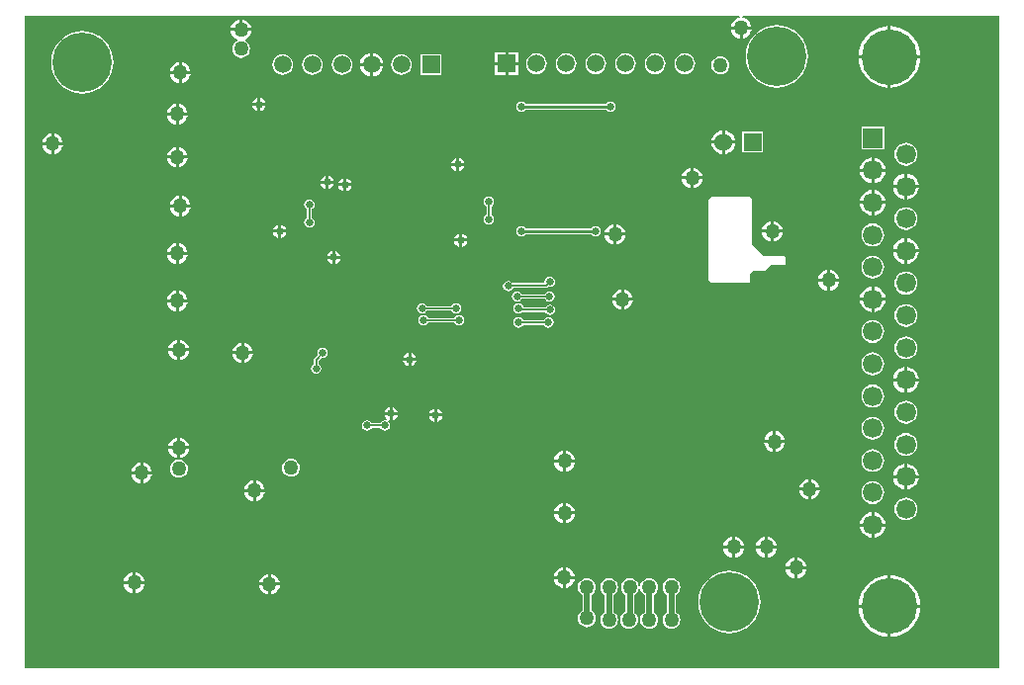
<source format=gbl>
G04*
G04 #@! TF.GenerationSoftware,Altium Limited,Altium Designer,19.1.8 (144)*
G04*
G04 Layer_Physical_Order=2*
G04 Layer_Color=16711680*
%FSLAX25Y25*%
%MOIN*%
G70*
G01*
G75*
%ADD12C,0.01000*%
%ADD14C,0.00600*%
%ADD60C,0.00800*%
%ADD61C,0.02000*%
%ADD66C,0.06000*%
%ADD67R,0.06000X0.06000*%
%ADD68C,0.06653*%
%ADD69R,0.06653X0.06653*%
%ADD70C,0.18740*%
%ADD71C,0.05906*%
%ADD72R,0.05906X0.05906*%
%ADD73C,0.02500*%
%ADD74C,0.05000*%
%ADD75C,0.20000*%
G36*
X688000Y137500D02*
X359500Y137500D01*
X359500Y357500D01*
X600323Y357500D01*
X600749Y357322D01*
Y357322D01*
D01*
X600771Y357000D01*
X600743Y356996D01*
X600086Y356910D01*
X599235Y356557D01*
X598504Y355996D01*
X597943Y355265D01*
X597590Y354414D01*
X597536Y354000D01*
X604464D01*
X604410Y354414D01*
X604057Y355265D01*
X603496Y355996D01*
X602765Y356557D01*
X601914Y356910D01*
X601257Y356996D01*
X601229Y357000D01*
X601251Y357322D01*
X601677Y357500D01*
X688000D01*
X688000Y137500D01*
D02*
G37*
%LPC*%
G36*
X433000Y356464D02*
Y353500D01*
X435964D01*
X435910Y353914D01*
X435557Y354765D01*
X434996Y355496D01*
X434265Y356057D01*
X433414Y356410D01*
X433000Y356464D01*
D02*
G37*
G36*
X432000D02*
X431586Y356410D01*
X430735Y356057D01*
X430004Y355496D01*
X429443Y354765D01*
X429090Y353914D01*
X429036Y353500D01*
X432000D01*
Y356464D01*
D02*
G37*
G36*
X604464Y353000D02*
X601500D01*
Y350036D01*
X601914Y350090D01*
X602765Y350443D01*
X603496Y351004D01*
X604057Y351735D01*
X604410Y352586D01*
X604464Y353000D01*
D02*
G37*
G36*
X600500D02*
X597536D01*
X597590Y352586D01*
X597943Y351735D01*
X598504Y351004D01*
X599235Y350443D01*
X600086Y350090D01*
X600500Y350036D01*
Y353000D01*
D02*
G37*
G36*
X651409Y354180D02*
Y344317D01*
X661272D01*
X661184Y345444D01*
X660803Y347031D01*
X660178Y348539D01*
X659325Y349931D01*
X658265Y351172D01*
X657024Y352232D01*
X655632Y353085D01*
X654124Y353710D01*
X652537Y354091D01*
X651409Y354180D01*
D02*
G37*
G36*
X650409D02*
X649282Y354091D01*
X647695Y353710D01*
X646187Y353085D01*
X644795Y352232D01*
X643554Y351172D01*
X642494Y349931D01*
X641641Y348539D01*
X641016Y347031D01*
X640635Y345444D01*
X640547Y344317D01*
X650409D01*
Y354180D01*
D02*
G37*
G36*
X435964Y352500D02*
X429036D01*
X429090Y352086D01*
X429443Y351235D01*
X430004Y350504D01*
X430735Y349943D01*
X431200Y349750D01*
X431200Y349209D01*
X430987Y349120D01*
X430360Y348640D01*
X429880Y348013D01*
X429577Y347283D01*
X429474Y346500D01*
X429577Y345717D01*
X429880Y344987D01*
X430360Y344360D01*
X430987Y343880D01*
X431717Y343577D01*
X432500Y343474D01*
X433283Y343577D01*
X434013Y343880D01*
X434640Y344360D01*
X435120Y344987D01*
X435423Y345717D01*
X435526Y346500D01*
X435423Y347283D01*
X435120Y348013D01*
X434640Y348640D01*
X434013Y349120D01*
X433800Y349209D01*
X433800Y349750D01*
X434265Y349943D01*
X434996Y350504D01*
X435557Y351235D01*
X435910Y352086D01*
X435964Y352500D01*
D02*
G37*
G36*
X525953Y345453D02*
X522500D01*
Y342000D01*
X525953D01*
Y345453D01*
D02*
G37*
G36*
X521500D02*
X518047D01*
Y342000D01*
X521500D01*
Y345453D01*
D02*
G37*
G36*
X477000Y345147D02*
Y341726D01*
X480421D01*
X480351Y342258D01*
X479953Y343220D01*
X479319Y344045D01*
X478493Y344679D01*
X477532Y345077D01*
X477000Y345147D01*
D02*
G37*
G36*
X476000D02*
X475468Y345077D01*
X474507Y344679D01*
X473681Y344045D01*
X473047Y343220D01*
X472649Y342258D01*
X472579Y341726D01*
X476000D01*
Y345147D01*
D02*
G37*
G36*
X412500Y341964D02*
Y339000D01*
X415464D01*
X415410Y339414D01*
X415057Y340265D01*
X414496Y340996D01*
X413765Y341557D01*
X412914Y341910D01*
X412500Y341964D01*
D02*
G37*
G36*
X411500D02*
X411086Y341910D01*
X410235Y341557D01*
X409504Y340996D01*
X408943Y340265D01*
X408590Y339414D01*
X408536Y339000D01*
X411500D01*
Y341964D01*
D02*
G37*
G36*
X582000Y344983D02*
X581099Y344864D01*
X580259Y344516D01*
X579537Y343963D01*
X578984Y343241D01*
X578636Y342401D01*
X578517Y341500D01*
X578636Y340599D01*
X578984Y339759D01*
X579537Y339037D01*
X580259Y338484D01*
X581099Y338136D01*
X582000Y338018D01*
X582901Y338136D01*
X583741Y338484D01*
X584462Y339037D01*
X585016Y339759D01*
X585364Y340599D01*
X585483Y341500D01*
X585364Y342401D01*
X585016Y343241D01*
X584462Y343963D01*
X583741Y344516D01*
X582901Y344864D01*
X582000Y344983D01*
D02*
G37*
G36*
X572000D02*
X571099Y344864D01*
X570259Y344516D01*
X569537Y343963D01*
X568984Y343241D01*
X568636Y342401D01*
X568517Y341500D01*
X568636Y340599D01*
X568984Y339759D01*
X569537Y339037D01*
X570259Y338484D01*
X571099Y338136D01*
X572000Y338018D01*
X572901Y338136D01*
X573741Y338484D01*
X574463Y339037D01*
X575016Y339759D01*
X575364Y340599D01*
X575483Y341500D01*
X575364Y342401D01*
X575016Y343241D01*
X574463Y343963D01*
X573741Y344516D01*
X572901Y344864D01*
X572000Y344983D01*
D02*
G37*
G36*
X562000D02*
X561099Y344864D01*
X560259Y344516D01*
X559538Y343963D01*
X558984Y343241D01*
X558636Y342401D01*
X558518Y341500D01*
X558636Y340599D01*
X558984Y339759D01*
X559538Y339037D01*
X560259Y338484D01*
X561099Y338136D01*
X562000Y338018D01*
X562901Y338136D01*
X563741Y338484D01*
X564463Y339037D01*
X565016Y339759D01*
X565364Y340599D01*
X565483Y341500D01*
X565364Y342401D01*
X565016Y343241D01*
X564463Y343963D01*
X563741Y344516D01*
X562901Y344864D01*
X562000Y344983D01*
D02*
G37*
G36*
X552000D02*
X551099Y344864D01*
X550259Y344516D01*
X549538Y343963D01*
X548984Y343241D01*
X548636Y342401D01*
X548518Y341500D01*
X548636Y340599D01*
X548984Y339759D01*
X549538Y339037D01*
X550259Y338484D01*
X551099Y338136D01*
X552000Y338018D01*
X552901Y338136D01*
X553741Y338484D01*
X554462Y339037D01*
X555016Y339759D01*
X555364Y340599D01*
X555482Y341500D01*
X555364Y342401D01*
X555016Y343241D01*
X554462Y343963D01*
X553741Y344516D01*
X552901Y344864D01*
X552000Y344983D01*
D02*
G37*
G36*
X542000D02*
X541099Y344864D01*
X540259Y344516D01*
X539537Y343963D01*
X538984Y343241D01*
X538636Y342401D01*
X538518Y341500D01*
X538636Y340599D01*
X538984Y339759D01*
X539537Y339037D01*
X540259Y338484D01*
X541099Y338136D01*
X542000Y338018D01*
X542901Y338136D01*
X543741Y338484D01*
X544462Y339037D01*
X545016Y339759D01*
X545364Y340599D01*
X545482Y341500D01*
X545364Y342401D01*
X545016Y343241D01*
X544462Y343963D01*
X543741Y344516D01*
X542901Y344864D01*
X542000Y344983D01*
D02*
G37*
G36*
X532000D02*
X531099Y344864D01*
X530259Y344516D01*
X529537Y343963D01*
X528984Y343241D01*
X528636Y342401D01*
X528517Y341500D01*
X528636Y340599D01*
X528984Y339759D01*
X529537Y339037D01*
X530259Y338484D01*
X531099Y338136D01*
X532000Y338018D01*
X532901Y338136D01*
X533741Y338484D01*
X534462Y339037D01*
X535016Y339759D01*
X535364Y340599D01*
X535483Y341500D01*
X535364Y342401D01*
X535016Y343241D01*
X534462Y343963D01*
X533741Y344516D01*
X532901Y344864D01*
X532000Y344983D01*
D02*
G37*
G36*
X594000Y344026D02*
X593217Y343923D01*
X592487Y343620D01*
X591860Y343140D01*
X591379Y342513D01*
X591077Y341783D01*
X590974Y341000D01*
X591077Y340217D01*
X591379Y339487D01*
X591860Y338860D01*
X592487Y338380D01*
X593217Y338077D01*
X594000Y337974D01*
X594783Y338077D01*
X595513Y338380D01*
X596140Y338860D01*
X596621Y339487D01*
X596923Y340217D01*
X597026Y341000D01*
X596923Y341783D01*
X596621Y342513D01*
X596140Y343140D01*
X595513Y343620D01*
X594783Y343923D01*
X594000Y344026D01*
D02*
G37*
G36*
X499953Y344679D02*
X493047D01*
Y337774D01*
X499953D01*
Y344679D01*
D02*
G37*
G36*
X486500Y344709D02*
X485599Y344590D01*
X484759Y344242D01*
X484037Y343689D01*
X483484Y342968D01*
X483136Y342128D01*
X483017Y341226D01*
X483136Y340325D01*
X483484Y339485D01*
X484037Y338764D01*
X484759Y338210D01*
X485599Y337862D01*
X486500Y337744D01*
X487401Y337862D01*
X488241Y338210D01*
X488963Y338764D01*
X489516Y339485D01*
X489864Y340325D01*
X489983Y341226D01*
X489864Y342128D01*
X489516Y342968D01*
X488963Y343689D01*
X488241Y344242D01*
X487401Y344590D01*
X486500Y344709D01*
D02*
G37*
G36*
X466500D02*
X465599Y344590D01*
X464759Y344242D01*
X464038Y343689D01*
X463484Y342968D01*
X463136Y342128D01*
X463018Y341226D01*
X463136Y340325D01*
X463484Y339485D01*
X464038Y338764D01*
X464759Y338210D01*
X465599Y337862D01*
X466500Y337744D01*
X467401Y337862D01*
X468241Y338210D01*
X468962Y338764D01*
X469516Y339485D01*
X469864Y340325D01*
X469982Y341226D01*
X469864Y342128D01*
X469516Y342968D01*
X468962Y343689D01*
X468241Y344242D01*
X467401Y344590D01*
X466500Y344709D01*
D02*
G37*
G36*
X456500D02*
X455599Y344590D01*
X454759Y344242D01*
X454038Y343689D01*
X453484Y342968D01*
X453136Y342128D01*
X453018Y341226D01*
X453136Y340325D01*
X453484Y339485D01*
X454038Y338764D01*
X454759Y338210D01*
X455599Y337862D01*
X456500Y337744D01*
X457401Y337862D01*
X458241Y338210D01*
X458962Y338764D01*
X459516Y339485D01*
X459864Y340325D01*
X459982Y341226D01*
X459864Y342128D01*
X459516Y342968D01*
X458962Y343689D01*
X458241Y344242D01*
X457401Y344590D01*
X456500Y344709D01*
D02*
G37*
G36*
X446500D02*
X445599Y344590D01*
X444759Y344242D01*
X444037Y343689D01*
X443484Y342968D01*
X443136Y342128D01*
X443017Y341226D01*
X443136Y340325D01*
X443484Y339485D01*
X444037Y338764D01*
X444759Y338210D01*
X445599Y337862D01*
X446500Y337744D01*
X447401Y337862D01*
X448241Y338210D01*
X448962Y338764D01*
X449516Y339485D01*
X449864Y340325D01*
X449983Y341226D01*
X449864Y342128D01*
X449516Y342968D01*
X448962Y343689D01*
X448241Y344242D01*
X447401Y344590D01*
X446500Y344709D01*
D02*
G37*
G36*
X525953Y341000D02*
X522500D01*
Y337547D01*
X525953D01*
Y341000D01*
D02*
G37*
G36*
X521500D02*
X518047D01*
Y337547D01*
X521500D01*
Y341000D01*
D02*
G37*
G36*
X480421Y340726D02*
X477000D01*
Y337305D01*
X477532Y337375D01*
X478493Y337774D01*
X479319Y338407D01*
X479953Y339233D01*
X480351Y340195D01*
X480421Y340726D01*
D02*
G37*
G36*
X476000D02*
X472579D01*
X472649Y340195D01*
X473047Y339233D01*
X473681Y338407D01*
X474507Y337774D01*
X475468Y337375D01*
X476000Y337305D01*
Y340726D01*
D02*
G37*
G36*
X415464Y338000D02*
X412500D01*
Y335036D01*
X412914Y335090D01*
X413765Y335443D01*
X414496Y336004D01*
X415057Y336735D01*
X415410Y337586D01*
X415464Y338000D01*
D02*
G37*
G36*
X411500D02*
X408536D01*
X408590Y337586D01*
X408943Y336735D01*
X409504Y336004D01*
X410235Y335443D01*
X411086Y335090D01*
X411500Y335036D01*
Y338000D01*
D02*
G37*
G36*
X613000Y354533D02*
X611352Y354403D01*
X609745Y354017D01*
X608218Y353384D01*
X606809Y352521D01*
X605552Y351448D01*
X604479Y350191D01*
X603616Y348782D01*
X602983Y347255D01*
X602597Y345648D01*
X602467Y344000D01*
X602597Y342352D01*
X602983Y340745D01*
X603616Y339218D01*
X604479Y337809D01*
X605552Y336552D01*
X606809Y335479D01*
X608218Y334615D01*
X609745Y333983D01*
X611352Y333597D01*
X613000Y333468D01*
X614648Y333597D01*
X616255Y333983D01*
X617782Y334615D01*
X619191Y335479D01*
X620448Y336552D01*
X621521Y337809D01*
X622385Y339218D01*
X623017Y340745D01*
X623403Y342352D01*
X623532Y344000D01*
X623403Y345648D01*
X623017Y347255D01*
X622385Y348782D01*
X621521Y350191D01*
X620448Y351448D01*
X619191Y352521D01*
X617782Y353384D01*
X616255Y354017D01*
X614648Y354403D01*
X613000Y354533D01*
D02*
G37*
G36*
X650409Y343317D02*
X640547D01*
X640635Y342190D01*
X641016Y340602D01*
X641641Y339094D01*
X642494Y337703D01*
X643554Y336461D01*
X644795Y335401D01*
X646187Y334548D01*
X647695Y333924D01*
X649282Y333543D01*
X650409Y333454D01*
Y343317D01*
D02*
G37*
G36*
X661272D02*
X651409D01*
Y333454D01*
X652537Y333543D01*
X654124Y333924D01*
X655632Y334548D01*
X657024Y335401D01*
X658265Y336461D01*
X659325Y337703D01*
X660178Y339094D01*
X660803Y340602D01*
X661184Y342190D01*
X661272Y343317D01*
D02*
G37*
G36*
X379000Y352533D02*
X377352Y352403D01*
X375745Y352017D01*
X374218Y351384D01*
X372809Y350521D01*
X371552Y349448D01*
X370479Y348191D01*
X369616Y346782D01*
X368983Y345255D01*
X368597Y343648D01*
X368467Y342000D01*
X368597Y340352D01*
X368983Y338745D01*
X369616Y337218D01*
X370479Y335809D01*
X371552Y334552D01*
X372809Y333479D01*
X374218Y332615D01*
X375745Y331983D01*
X377352Y331597D01*
X379000Y331468D01*
X380648Y331597D01*
X382255Y331983D01*
X383782Y332615D01*
X385191Y333479D01*
X386448Y334552D01*
X387521Y335809D01*
X388385Y337218D01*
X389017Y338745D01*
X389403Y340352D01*
X389532Y342000D01*
X389403Y343648D01*
X389017Y345255D01*
X388385Y346782D01*
X387521Y348191D01*
X386448Y349448D01*
X385191Y350521D01*
X383782Y351384D01*
X382255Y352017D01*
X380648Y352403D01*
X379000Y352533D01*
D02*
G37*
G36*
X439000Y329939D02*
Y328244D01*
X440695D01*
X440620Y328622D01*
X440122Y329366D01*
X439378Y329864D01*
X439000Y329939D01*
D02*
G37*
G36*
X438000D02*
X437622Y329864D01*
X436878Y329366D01*
X436381Y328622D01*
X436305Y328244D01*
X438000D01*
Y329939D01*
D02*
G37*
G36*
X557000Y328784D02*
X556317Y328648D01*
X555738Y328262D01*
X555577Y328020D01*
X528424D01*
X528262Y328262D01*
X527683Y328648D01*
X527000Y328784D01*
X526317Y328648D01*
X525738Y328262D01*
X525352Y327683D01*
X525216Y327000D01*
X525352Y326317D01*
X525738Y325738D01*
X526317Y325352D01*
X527000Y325216D01*
X527683Y325352D01*
X528262Y325738D01*
X528424Y325980D01*
X555577D01*
X555738Y325738D01*
X556317Y325352D01*
X557000Y325216D01*
X557683Y325352D01*
X558262Y325738D01*
X558648Y326317D01*
X558784Y327000D01*
X558648Y327683D01*
X558262Y328262D01*
X557683Y328648D01*
X557000Y328784D01*
D02*
G37*
G36*
X440695Y327244D02*
X439000D01*
Y325550D01*
X439378Y325625D01*
X440122Y326122D01*
X440620Y326866D01*
X440695Y327244D01*
D02*
G37*
G36*
X438000D02*
X436305D01*
X436381Y326866D01*
X436878Y326122D01*
X437622Y325625D01*
X438000Y325550D01*
Y327244D01*
D02*
G37*
G36*
X411500Y327964D02*
Y325000D01*
X414464D01*
X414410Y325414D01*
X414057Y326265D01*
X413496Y326996D01*
X412765Y327557D01*
X411914Y327910D01*
X411500Y327964D01*
D02*
G37*
G36*
X410500D02*
X410086Y327910D01*
X409235Y327557D01*
X408504Y326996D01*
X407943Y326265D01*
X407590Y325414D01*
X407536Y325000D01*
X410500D01*
Y327964D01*
D02*
G37*
G36*
X414464Y324000D02*
X411500D01*
Y321036D01*
X411914Y321090D01*
X412765Y321443D01*
X413496Y322004D01*
X414057Y322735D01*
X414410Y323586D01*
X414464Y324000D01*
D02*
G37*
G36*
X410500D02*
X407536D01*
X407590Y323586D01*
X407943Y322735D01*
X408504Y322004D01*
X409235Y321443D01*
X410086Y321090D01*
X410500Y321036D01*
Y324000D01*
D02*
G37*
G36*
X595500Y318969D02*
Y315500D01*
X598969D01*
X598897Y316044D01*
X598494Y317017D01*
X597853Y317853D01*
X597017Y318494D01*
X596044Y318897D01*
X595500Y318969D01*
D02*
G37*
G36*
X594500Y318969D02*
X593956Y318897D01*
X592983Y318494D01*
X592147Y317853D01*
X591506Y317017D01*
X591103Y316044D01*
X591031Y315500D01*
X594500D01*
Y318969D01*
D02*
G37*
G36*
X369500Y317964D02*
Y315000D01*
X372464D01*
X372410Y315414D01*
X372057Y316265D01*
X371496Y316996D01*
X370765Y317557D01*
X369914Y317910D01*
X369500Y317964D01*
D02*
G37*
G36*
X368500D02*
X368086Y317910D01*
X367235Y317557D01*
X366504Y316996D01*
X365943Y316265D01*
X365590Y315414D01*
X365536Y315000D01*
X368500D01*
Y317964D01*
D02*
G37*
G36*
X649146Y320242D02*
X641492D01*
Y312589D01*
X649146D01*
Y320242D01*
D02*
G37*
G36*
X608343Y318500D02*
X601343D01*
Y311500D01*
X608343D01*
Y318500D01*
D02*
G37*
G36*
X372464Y314000D02*
X369500D01*
Y311036D01*
X369914Y311090D01*
X370765Y311443D01*
X371496Y312004D01*
X372057Y312735D01*
X372410Y313586D01*
X372464Y314000D01*
D02*
G37*
G36*
X368500D02*
X365536D01*
X365590Y313586D01*
X365943Y312735D01*
X366504Y312004D01*
X367235Y311443D01*
X368086Y311090D01*
X368500Y311036D01*
Y314000D01*
D02*
G37*
G36*
X598969Y314500D02*
X595500D01*
Y311031D01*
X596044Y311103D01*
X597017Y311506D01*
X597853Y312147D01*
X598494Y312983D01*
X598897Y313956D01*
X598969Y314500D01*
D02*
G37*
G36*
X594500D02*
X591031D01*
X591103Y313956D01*
X591506Y312983D01*
X592147Y312147D01*
X592983Y311506D01*
X593956Y311103D01*
X594500Y311031D01*
Y314500D01*
D02*
G37*
G36*
X411500Y313464D02*
Y310500D01*
X414464D01*
X414410Y310914D01*
X414057Y311765D01*
X413496Y312496D01*
X412765Y313057D01*
X411914Y313410D01*
X411500Y313464D01*
D02*
G37*
G36*
X410500D02*
X410086Y313410D01*
X409235Y313057D01*
X408504Y312496D01*
X407943Y311765D01*
X407590Y310914D01*
X407536Y310500D01*
X410500D01*
Y313464D01*
D02*
G37*
G36*
X506000Y309695D02*
Y308000D01*
X507695D01*
X507619Y308378D01*
X507122Y309122D01*
X506378Y309619D01*
X506000Y309695D01*
D02*
G37*
G36*
X505000D02*
X504622Y309619D01*
X503878Y309122D01*
X503381Y308378D01*
X503305Y308000D01*
X505000D01*
Y309695D01*
D02*
G37*
G36*
X656500Y314840D02*
X655501Y314709D01*
X654570Y314323D01*
X653771Y313710D01*
X653157Y312910D01*
X652772Y311979D01*
X652640Y310980D01*
X652772Y309981D01*
X653157Y309050D01*
X653771Y308251D01*
X654570Y307638D01*
X655501Y307252D01*
X656500Y307120D01*
X657499Y307252D01*
X658430Y307638D01*
X659229Y308251D01*
X659843Y309050D01*
X660228Y309981D01*
X660360Y310980D01*
X660228Y311979D01*
X659843Y312910D01*
X659229Y313710D01*
X658430Y314323D01*
X657499Y314709D01*
X656500Y314840D01*
D02*
G37*
G36*
X414464Y309500D02*
X411500D01*
Y306536D01*
X411914Y306590D01*
X412765Y306943D01*
X413496Y307504D01*
X414057Y308235D01*
X414410Y309086D01*
X414464Y309500D01*
D02*
G37*
G36*
X410500D02*
X407536D01*
X407590Y309086D01*
X407943Y308235D01*
X408504Y307504D01*
X409235Y306943D01*
X410086Y306590D01*
X410500Y306536D01*
Y309500D01*
D02*
G37*
G36*
X645819Y309844D02*
Y306045D01*
X649617D01*
X649534Y306675D01*
X649098Y307727D01*
X648405Y308631D01*
X647501Y309325D01*
X646448Y309761D01*
X645819Y309844D01*
D02*
G37*
G36*
X644819D02*
X644189Y309761D01*
X643137Y309325D01*
X642233Y308631D01*
X641539Y307727D01*
X641104Y306675D01*
X641021Y306045D01*
X644819D01*
Y309844D01*
D02*
G37*
G36*
X507695Y307000D02*
X506000D01*
Y305305D01*
X506378Y305381D01*
X507122Y305878D01*
X507619Y306622D01*
X507695Y307000D01*
D02*
G37*
G36*
X505000D02*
X503305D01*
X503381Y306622D01*
X503878Y305878D01*
X504622Y305381D01*
X505000Y305305D01*
Y307000D01*
D02*
G37*
G36*
X585000Y306464D02*
Y303500D01*
X587964D01*
X587910Y303914D01*
X587557Y304765D01*
X586996Y305496D01*
X586265Y306057D01*
X585414Y306410D01*
X585000Y306464D01*
D02*
G37*
G36*
X584000D02*
X583586Y306410D01*
X582735Y306057D01*
X582004Y305496D01*
X581443Y304765D01*
X581090Y303914D01*
X581036Y303500D01*
X584000D01*
Y306464D01*
D02*
G37*
G36*
X462000Y303695D02*
Y302000D01*
X463695D01*
X463619Y302378D01*
X463122Y303122D01*
X462378Y303620D01*
X462000Y303695D01*
D02*
G37*
G36*
X461000D02*
X460622Y303620D01*
X459878Y303122D01*
X459381Y302378D01*
X459305Y302000D01*
X461000D01*
Y303695D01*
D02*
G37*
G36*
X649617Y305045D02*
X645819D01*
Y301247D01*
X646448Y301330D01*
X647501Y301766D01*
X648405Y302459D01*
X649098Y303363D01*
X649534Y304416D01*
X649617Y305045D01*
D02*
G37*
G36*
X644819D02*
X641021D01*
X641104Y304416D01*
X641539Y303363D01*
X642233Y302459D01*
X643137Y301766D01*
X644189Y301330D01*
X644819Y301247D01*
Y305045D01*
D02*
G37*
G36*
X468000Y302891D02*
Y301197D01*
X469695D01*
X469619Y301575D01*
X469122Y302319D01*
X468378Y302816D01*
X468000Y302891D01*
D02*
G37*
G36*
X467000D02*
X466622Y302816D01*
X465878Y302319D01*
X465381Y301575D01*
X465305Y301197D01*
X467000D01*
Y302891D01*
D02*
G37*
G36*
X657000Y304409D02*
Y300610D01*
X660798D01*
X660715Y301240D01*
X660279Y302292D01*
X659586Y303196D01*
X658682Y303890D01*
X657629Y304326D01*
X657000Y304409D01*
D02*
G37*
G36*
X656000D02*
X655371Y304326D01*
X654318Y303890D01*
X653414Y303196D01*
X652721Y302292D01*
X652285Y301240D01*
X652202Y300610D01*
X656000D01*
Y304409D01*
D02*
G37*
G36*
X587964Y302500D02*
X585000D01*
Y299536D01*
X585414Y299590D01*
X586265Y299943D01*
X586996Y300504D01*
X587557Y301235D01*
X587910Y302086D01*
X587964Y302500D01*
D02*
G37*
G36*
X584000D02*
X581036D01*
X581090Y302086D01*
X581443Y301235D01*
X582004Y300504D01*
X582735Y299943D01*
X583586Y299590D01*
X584000Y299536D01*
Y302500D01*
D02*
G37*
G36*
X463695Y301000D02*
X462000D01*
Y299305D01*
X462378Y299380D01*
X463122Y299878D01*
X463619Y300622D01*
X463695Y301000D01*
D02*
G37*
G36*
X461000D02*
X459305D01*
X459381Y300622D01*
X459878Y299878D01*
X460622Y299380D01*
X461000Y299305D01*
Y301000D01*
D02*
G37*
G36*
X469695Y300197D02*
X468000D01*
Y298502D01*
X468378Y298577D01*
X469122Y299075D01*
X469619Y299819D01*
X469695Y300197D01*
D02*
G37*
G36*
X467000D02*
X465305D01*
X465381Y299819D01*
X465878Y299075D01*
X466622Y298577D01*
X467000Y298502D01*
Y300197D01*
D02*
G37*
G36*
X660798Y299610D02*
X657000D01*
Y295812D01*
X657629Y295895D01*
X658682Y296331D01*
X659586Y297024D01*
X660279Y297928D01*
X660715Y298981D01*
X660798Y299610D01*
D02*
G37*
G36*
X656000D02*
X652202D01*
X652285Y298981D01*
X652721Y297928D01*
X653414Y297024D01*
X654318Y296331D01*
X655371Y295895D01*
X656000Y295812D01*
Y299610D01*
D02*
G37*
G36*
X645819Y298973D02*
Y295175D01*
X649617D01*
X649534Y295805D01*
X649098Y296857D01*
X648405Y297761D01*
X647501Y298455D01*
X646448Y298891D01*
X645819Y298973D01*
D02*
G37*
G36*
X644819D02*
X644189Y298891D01*
X643137Y298455D01*
X642233Y297761D01*
X641539Y296857D01*
X641104Y295805D01*
X641021Y295175D01*
X644819D01*
Y298973D01*
D02*
G37*
G36*
X412500Y296964D02*
Y294000D01*
X415464D01*
X415410Y294414D01*
X415057Y295265D01*
X414496Y295996D01*
X413765Y296557D01*
X412914Y296910D01*
X412500Y296964D01*
D02*
G37*
G36*
X411500D02*
X411086Y296910D01*
X410235Y296557D01*
X409504Y295996D01*
X408943Y295265D01*
X408590Y294414D01*
X408536Y294000D01*
X411500D01*
Y296964D01*
D02*
G37*
G36*
X649617Y294175D02*
X645819D01*
Y290377D01*
X646448Y290460D01*
X647501Y290896D01*
X648405Y291589D01*
X649098Y292493D01*
X649534Y293546D01*
X649617Y294175D01*
D02*
G37*
G36*
X644819D02*
X641021D01*
X641104Y293546D01*
X641539Y292493D01*
X642233Y291589D01*
X643137Y290896D01*
X644189Y290460D01*
X644819Y290377D01*
Y294175D01*
D02*
G37*
G36*
X415464Y293000D02*
X412500D01*
Y290036D01*
X412914Y290090D01*
X413765Y290443D01*
X414496Y291004D01*
X415057Y291735D01*
X415410Y292586D01*
X415464Y293000D01*
D02*
G37*
G36*
X411500D02*
X408536D01*
X408590Y292586D01*
X408943Y291735D01*
X409504Y291004D01*
X410235Y290443D01*
X411086Y290090D01*
X411500Y290036D01*
Y293000D01*
D02*
G37*
G36*
X516000Y296784D02*
X515317Y296649D01*
X514738Y296262D01*
X514352Y295683D01*
X514216Y295000D01*
X514352Y294317D01*
X514738Y293738D01*
X515184Y293440D01*
Y290560D01*
X514738Y290262D01*
X514352Y289683D01*
X514216Y289000D01*
X514352Y288317D01*
X514738Y287738D01*
X515317Y287351D01*
X516000Y287216D01*
X516683Y287351D01*
X517262Y287738D01*
X517649Y288317D01*
X517784Y289000D01*
X517649Y289683D01*
X517262Y290262D01*
X516816Y290560D01*
Y293440D01*
X517262Y293738D01*
X517649Y294317D01*
X517784Y295000D01*
X517649Y295683D01*
X517262Y296262D01*
X516683Y296649D01*
X516000Y296784D01*
D02*
G37*
G36*
X455500Y295784D02*
X454817Y295649D01*
X454238Y295262D01*
X453852Y294683D01*
X453716Y294000D01*
X453852Y293317D01*
X454238Y292738D01*
X454582Y292508D01*
Y289492D01*
X454238Y289262D01*
X453852Y288683D01*
X453716Y288000D01*
X453852Y287317D01*
X454238Y286738D01*
X454817Y286351D01*
X455500Y286216D01*
X456183Y286351D01*
X456762Y286738D01*
X457149Y287317D01*
X457284Y288000D01*
X457149Y288683D01*
X456762Y289262D01*
X456418Y289492D01*
Y292508D01*
X456762Y292738D01*
X457149Y293317D01*
X457284Y294000D01*
X457149Y294683D01*
X456762Y295262D01*
X456183Y295649D01*
X455500Y295784D01*
D02*
G37*
G36*
X612000Y288464D02*
Y285500D01*
X614964D01*
X614910Y285914D01*
X614557Y286765D01*
X613996Y287496D01*
X613265Y288057D01*
X612414Y288410D01*
X612000Y288464D01*
D02*
G37*
G36*
X611000D02*
X610586Y288410D01*
X609735Y288057D01*
X609004Y287496D01*
X608443Y286765D01*
X608090Y285914D01*
X608036Y285500D01*
X611000D01*
Y288464D01*
D02*
G37*
G36*
X446000Y287195D02*
Y285500D01*
X447695D01*
X447619Y285878D01*
X447122Y286622D01*
X446378Y287120D01*
X446000Y287195D01*
D02*
G37*
G36*
X445000D02*
X444622Y287120D01*
X443878Y286622D01*
X443381Y285878D01*
X443305Y285500D01*
X445000D01*
Y287195D01*
D02*
G37*
G36*
X656500Y293100D02*
X655501Y292968D01*
X654570Y292583D01*
X653771Y291969D01*
X653157Y291170D01*
X652772Y290239D01*
X652640Y289240D01*
X652772Y288241D01*
X653157Y287310D01*
X653771Y286511D01*
X654570Y285897D01*
X655501Y285512D01*
X656500Y285380D01*
X657499Y285512D01*
X658430Y285897D01*
X659229Y286511D01*
X659843Y287310D01*
X660228Y288241D01*
X660360Y289240D01*
X660228Y290239D01*
X659843Y291170D01*
X659229Y291969D01*
X658430Y292583D01*
X657499Y292968D01*
X656500Y293100D01*
D02*
G37*
G36*
X559000Y287464D02*
Y284500D01*
X561964D01*
X561910Y284914D01*
X561557Y285765D01*
X560996Y286496D01*
X560265Y287057D01*
X559414Y287410D01*
X559000Y287464D01*
D02*
G37*
G36*
X558000D02*
X557586Y287410D01*
X556735Y287057D01*
X556004Y286496D01*
X555443Y285765D01*
X555090Y284914D01*
X555036Y284500D01*
X558000D01*
Y287464D01*
D02*
G37*
G36*
X527000Y286784D02*
X526317Y286649D01*
X525738Y286262D01*
X525351Y285683D01*
X525216Y285000D01*
X525351Y284317D01*
X525738Y283738D01*
X526317Y283352D01*
X527000Y283216D01*
X527683Y283352D01*
X528262Y283738D01*
X528423Y283980D01*
X550577D01*
X550738Y283738D01*
X551317Y283351D01*
X552000Y283216D01*
X552683Y283351D01*
X553262Y283738D01*
X553649Y284317D01*
X553784Y285000D01*
X553649Y285683D01*
X553262Y286262D01*
X552683Y286649D01*
X552000Y286784D01*
X551317Y286649D01*
X550738Y286262D01*
X550577Y286020D01*
X528424D01*
X528262Y286262D01*
X527683Y286649D01*
X527000Y286784D01*
D02*
G37*
G36*
X447695Y284500D02*
X446000D01*
Y282805D01*
X446378Y282880D01*
X447122Y283378D01*
X447619Y284122D01*
X447695Y284500D01*
D02*
G37*
G36*
X445000D02*
X443305D01*
X443381Y284122D01*
X443878Y283378D01*
X444622Y282880D01*
X445000Y282805D01*
Y284500D01*
D02*
G37*
G36*
X507000Y284195D02*
Y282500D01*
X508695D01*
X508619Y282878D01*
X508122Y283622D01*
X507378Y284120D01*
X507000Y284195D01*
D02*
G37*
G36*
X506000D02*
X505622Y284120D01*
X504878Y283622D01*
X504381Y282878D01*
X504305Y282500D01*
X506000D01*
Y284195D01*
D02*
G37*
G36*
X614964Y284500D02*
X612000D01*
Y281536D01*
X612414Y281590D01*
X613265Y281943D01*
X613996Y282504D01*
X614557Y283235D01*
X614910Y284086D01*
X614964Y284500D01*
D02*
G37*
G36*
X611000D02*
X608036D01*
X608090Y284086D01*
X608443Y283235D01*
X609004Y282504D01*
X609735Y281943D01*
X610586Y281590D01*
X611000Y281536D01*
Y284500D01*
D02*
G37*
G36*
X561964Y283500D02*
X559000D01*
Y280536D01*
X559414Y280590D01*
X560265Y280943D01*
X560996Y281504D01*
X561557Y282235D01*
X561910Y283086D01*
X561964Y283500D01*
D02*
G37*
G36*
X558000D02*
X555036D01*
X555090Y283086D01*
X555443Y282235D01*
X556004Y281504D01*
X556735Y280943D01*
X557586Y280590D01*
X558000Y280536D01*
Y283500D01*
D02*
G37*
G36*
X645319Y287665D02*
X644320Y287533D01*
X643389Y287148D01*
X642590Y286534D01*
X641976Y285735D01*
X641591Y284804D01*
X641459Y283805D01*
X641591Y282806D01*
X641976Y281875D01*
X642590Y281076D01*
X643389Y280462D01*
X644320Y280077D01*
X645319Y279945D01*
X646318Y280077D01*
X647249Y280462D01*
X648048Y281076D01*
X648662Y281875D01*
X649047Y282806D01*
X649179Y283805D01*
X649047Y284804D01*
X648662Y285735D01*
X648048Y286534D01*
X647249Y287148D01*
X646318Y287533D01*
X645319Y287665D01*
D02*
G37*
G36*
X508695Y281500D02*
X507000D01*
Y279805D01*
X507378Y279880D01*
X508122Y280378D01*
X508619Y281122D01*
X508695Y281500D01*
D02*
G37*
G36*
X506000D02*
X504305D01*
X504381Y281122D01*
X504878Y280378D01*
X505622Y279880D01*
X506000Y279805D01*
Y281500D01*
D02*
G37*
G36*
X657000Y282668D02*
Y278870D01*
X660798D01*
X660715Y279500D01*
X660279Y280552D01*
X659586Y281456D01*
X658682Y282150D01*
X657629Y282586D01*
X657000Y282668D01*
D02*
G37*
G36*
X656000D02*
X655371Y282586D01*
X654318Y282150D01*
X653414Y281456D01*
X652721Y280552D01*
X652285Y279500D01*
X652202Y278870D01*
X656000D01*
Y282668D01*
D02*
G37*
G36*
X411500Y280964D02*
Y278000D01*
X414464D01*
X414410Y278414D01*
X414057Y279265D01*
X413496Y279996D01*
X412765Y280557D01*
X411914Y280910D01*
X411500Y280964D01*
D02*
G37*
G36*
X410500D02*
X410086Y280910D01*
X409235Y280557D01*
X408504Y279996D01*
X407943Y279265D01*
X407590Y278414D01*
X407536Y278000D01*
X410500D01*
Y280964D01*
D02*
G37*
G36*
X464205Y278399D02*
Y276705D01*
X465899D01*
X465824Y277083D01*
X465327Y277827D01*
X464583Y278324D01*
X464205Y278399D01*
D02*
G37*
G36*
X463205D02*
X462827Y278324D01*
X462083Y277827D01*
X461585Y277083D01*
X461510Y276705D01*
X463205D01*
Y278399D01*
D02*
G37*
G36*
X660798Y277870D02*
X657000D01*
Y274072D01*
X657629Y274155D01*
X658682Y274591D01*
X659586Y275284D01*
X660279Y276188D01*
X660715Y277241D01*
X660798Y277870D01*
D02*
G37*
G36*
X656000D02*
X652202D01*
X652285Y277241D01*
X652721Y276188D01*
X653414Y275284D01*
X654318Y274591D01*
X655371Y274155D01*
X656000Y274072D01*
Y277870D01*
D02*
G37*
G36*
X414464Y277000D02*
X411500D01*
Y274036D01*
X411914Y274090D01*
X412765Y274443D01*
X413496Y275004D01*
X414057Y275735D01*
X414410Y276586D01*
X414464Y277000D01*
D02*
G37*
G36*
X410500D02*
X407536D01*
X407590Y276586D01*
X407943Y275735D01*
X408504Y275004D01*
X409235Y274443D01*
X410086Y274090D01*
X410500Y274036D01*
Y277000D01*
D02*
G37*
G36*
X465899Y275705D02*
X464205D01*
Y274010D01*
X464583Y274085D01*
X465327Y274583D01*
X465824Y275327D01*
X465899Y275705D01*
D02*
G37*
G36*
X463205D02*
X461510D01*
X461585Y275327D01*
X462083Y274583D01*
X462827Y274085D01*
X463205Y274010D01*
Y275705D01*
D02*
G37*
G36*
X604000Y296500D02*
X591000D01*
X590000Y295500D01*
Y268500D01*
X591000Y267500D01*
X603500D01*
X604000Y268000D01*
Y270500D01*
X605000Y271500D01*
X609000Y271500D01*
X611000Y273500D01*
X615500Y273500D01*
X616000Y274000D01*
Y276000D01*
X615500Y276500D01*
X608500D01*
X604500Y280500D01*
Y296000D01*
X604000Y296500D01*
D02*
G37*
G36*
X645319Y276795D02*
X644320Y276663D01*
X643389Y276278D01*
X642590Y275664D01*
X641976Y274865D01*
X641591Y273934D01*
X641459Y272935D01*
X641591Y271936D01*
X641976Y271005D01*
X642590Y270206D01*
X643389Y269592D01*
X644320Y269207D01*
X645319Y269075D01*
X646318Y269207D01*
X647249Y269592D01*
X648048Y270206D01*
X648662Y271005D01*
X649047Y271936D01*
X649179Y272935D01*
X649047Y273934D01*
X648662Y274865D01*
X648048Y275664D01*
X647249Y276278D01*
X646318Y276663D01*
X645319Y276795D01*
D02*
G37*
G36*
X631000Y271964D02*
Y269000D01*
X633964D01*
X633910Y269414D01*
X633557Y270265D01*
X632996Y270996D01*
X632265Y271557D01*
X631414Y271910D01*
X631000Y271964D01*
D02*
G37*
G36*
X630000D02*
X629586Y271910D01*
X628735Y271557D01*
X628004Y270996D01*
X627443Y270265D01*
X627090Y269414D01*
X627036Y269000D01*
X630000D01*
Y271964D01*
D02*
G37*
G36*
X536500Y269784D02*
X535817Y269649D01*
X535238Y269262D01*
X534852Y268683D01*
X534716Y268000D01*
X534725Y267952D01*
X534408Y267566D01*
X523893D01*
X523762Y267762D01*
X523183Y268148D01*
X522500Y268284D01*
X521817Y268148D01*
X521238Y267762D01*
X520852Y267183D01*
X520716Y266500D01*
X520852Y265817D01*
X521238Y265238D01*
X521817Y264851D01*
X522500Y264716D01*
X523183Y264851D01*
X523762Y265238D01*
X524149Y265817D01*
X524172Y265934D01*
X535250D01*
X535250Y265934D01*
X535562Y265996D01*
X535827Y266173D01*
X535974Y266320D01*
X536500Y266216D01*
X537183Y266352D01*
X537762Y266738D01*
X538148Y267317D01*
X538284Y268000D01*
X538148Y268683D01*
X537762Y269262D01*
X537183Y269649D01*
X536500Y269784D01*
D02*
G37*
G36*
X633964Y268000D02*
X631000D01*
Y265036D01*
X631414Y265090D01*
X632265Y265443D01*
X632996Y266004D01*
X633557Y266735D01*
X633910Y267586D01*
X633964Y268000D01*
D02*
G37*
G36*
X630000D02*
X627036D01*
X627090Y267586D01*
X627443Y266735D01*
X628004Y266004D01*
X628735Y265443D01*
X629586Y265090D01*
X630000Y265036D01*
Y268000D01*
D02*
G37*
G36*
X536387Y264784D02*
X535704Y264649D01*
X535125Y264262D01*
X534827Y263816D01*
X527060D01*
X526762Y264262D01*
X526183Y264649D01*
X525500Y264784D01*
X524817Y264649D01*
X524238Y264262D01*
X523851Y263683D01*
X523716Y263000D01*
X523851Y262317D01*
X524238Y261738D01*
X524817Y261351D01*
X525500Y261216D01*
X526183Y261351D01*
X526762Y261738D01*
X527060Y262184D01*
X534827D01*
X535125Y261738D01*
X535704Y261351D01*
X536387Y261216D01*
X537070Y261351D01*
X537649Y261738D01*
X538035Y262317D01*
X538171Y263000D01*
X538035Y263683D01*
X537649Y264262D01*
X537070Y264649D01*
X536387Y264784D01*
D02*
G37*
G36*
X656500Y271360D02*
X655501Y271228D01*
X654570Y270843D01*
X653771Y270229D01*
X653157Y269430D01*
X652772Y268499D01*
X652640Y267500D01*
X652772Y266501D01*
X653157Y265570D01*
X653771Y264771D01*
X654570Y264157D01*
X655501Y263772D01*
X656500Y263640D01*
X657499Y263772D01*
X658430Y264157D01*
X659229Y264771D01*
X659843Y265570D01*
X660228Y266501D01*
X660360Y267500D01*
X660228Y268499D01*
X659843Y269430D01*
X659229Y270229D01*
X658430Y270843D01*
X657499Y271228D01*
X656500Y271360D01*
D02*
G37*
G36*
X645819Y266363D02*
Y262565D01*
X649617D01*
X649534Y263194D01*
X649098Y264247D01*
X648405Y265151D01*
X647501Y265844D01*
X646448Y266280D01*
X645819Y266363D01*
D02*
G37*
G36*
X644819D02*
X644189Y266280D01*
X643137Y265844D01*
X642233Y265151D01*
X641539Y264247D01*
X641104Y263194D01*
X641021Y262565D01*
X644819D01*
Y266363D01*
D02*
G37*
G36*
X561500Y265464D02*
Y262500D01*
X564464D01*
X564410Y262914D01*
X564057Y263765D01*
X563496Y264496D01*
X562765Y265057D01*
X561914Y265410D01*
X561500Y265464D01*
D02*
G37*
G36*
X560500D02*
X560086Y265410D01*
X559235Y265057D01*
X558504Y264496D01*
X557943Y263765D01*
X557590Y262914D01*
X557536Y262500D01*
X560500D01*
Y265464D01*
D02*
G37*
G36*
X411500Y264964D02*
Y262000D01*
X414464D01*
X414410Y262414D01*
X414057Y263265D01*
X413496Y263996D01*
X412765Y264557D01*
X411914Y264910D01*
X411500Y264964D01*
D02*
G37*
G36*
X410500D02*
X410086Y264910D01*
X409235Y264557D01*
X408504Y263996D01*
X407943Y263265D01*
X407590Y262414D01*
X407536Y262000D01*
X410500D01*
Y264964D01*
D02*
G37*
G36*
X505000Y260784D02*
X504317Y260648D01*
X503738Y260262D01*
X503440Y259816D01*
X495060D01*
X494762Y260262D01*
X494183Y260648D01*
X493500Y260784D01*
X492817Y260648D01*
X492238Y260262D01*
X491852Y259683D01*
X491716Y259000D01*
X491852Y258317D01*
X492238Y257738D01*
X492817Y257351D01*
X493500Y257216D01*
X494183Y257351D01*
X494762Y257738D01*
X495060Y258184D01*
X503440D01*
X503738Y257738D01*
X504317Y257351D01*
X505000Y257216D01*
X505683Y257351D01*
X506262Y257738D01*
X506648Y258317D01*
X506784Y259000D01*
X506648Y259683D01*
X506262Y260262D01*
X505683Y260648D01*
X505000Y260784D01*
D02*
G37*
G36*
X564464Y261500D02*
X561500D01*
Y258536D01*
X561914Y258590D01*
X562765Y258943D01*
X563496Y259504D01*
X564057Y260235D01*
X564410Y261086D01*
X564464Y261500D01*
D02*
G37*
G36*
X560500D02*
X557536D01*
X557590Y261086D01*
X557943Y260235D01*
X558504Y259504D01*
X559235Y258943D01*
X560086Y258590D01*
X560500Y258536D01*
Y261500D01*
D02*
G37*
G36*
X414464Y261000D02*
X411500D01*
Y258036D01*
X411914Y258090D01*
X412765Y258443D01*
X413496Y259004D01*
X414057Y259735D01*
X414410Y260586D01*
X414464Y261000D01*
D02*
G37*
G36*
X410500D02*
X407536D01*
X407590Y260586D01*
X407943Y259735D01*
X408504Y259004D01*
X409235Y258443D01*
X410086Y258090D01*
X410500Y258036D01*
Y261000D01*
D02*
G37*
G36*
X649617Y261565D02*
X645819D01*
Y257767D01*
X646448Y257850D01*
X647501Y258285D01*
X648405Y258979D01*
X649098Y259883D01*
X649534Y260935D01*
X649617Y261565D01*
D02*
G37*
G36*
X644819D02*
X641021D01*
X641104Y260935D01*
X641539Y259883D01*
X642233Y258979D01*
X643137Y258285D01*
X644189Y257850D01*
X644819Y257767D01*
Y261565D01*
D02*
G37*
G36*
X526000Y260784D02*
X525317Y260648D01*
X524738Y260262D01*
X524352Y259683D01*
X524216Y259000D01*
X524352Y258317D01*
X524738Y257738D01*
X525317Y257351D01*
X526000Y257216D01*
X526683Y257351D01*
X527181Y257684D01*
X534940D01*
X535238Y257238D01*
X535817Y256852D01*
X536500Y256716D01*
X537183Y256852D01*
X537762Y257238D01*
X538148Y257817D01*
X538284Y258500D01*
X538148Y259183D01*
X537762Y259762D01*
X537183Y260149D01*
X536500Y260284D01*
X535817Y260149D01*
X535238Y259762D01*
X534940Y259316D01*
X527722D01*
X527648Y259683D01*
X527262Y260262D01*
X526683Y260648D01*
X526000Y260784D01*
D02*
G37*
G36*
X506000Y256784D02*
X505317Y256648D01*
X504738Y256262D01*
X504440Y255816D01*
X495560D01*
X495262Y256262D01*
X494683Y256648D01*
X494000Y256784D01*
X493317Y256648D01*
X492738Y256262D01*
X492351Y255683D01*
X492216Y255000D01*
X492351Y254317D01*
X492738Y253738D01*
X493317Y253351D01*
X494000Y253216D01*
X494683Y253351D01*
X495262Y253738D01*
X495560Y254184D01*
X504440D01*
X504738Y253738D01*
X505317Y253351D01*
X506000Y253216D01*
X506683Y253351D01*
X507262Y253738D01*
X507649Y254317D01*
X507784Y255000D01*
X507649Y255683D01*
X507262Y256262D01*
X506683Y256648D01*
X506000Y256784D01*
D02*
G37*
G36*
X536062Y256034D02*
X535380Y255898D01*
X534801Y255512D01*
X534503Y255066D01*
X527560D01*
X527262Y255512D01*
X526683Y255898D01*
X526000Y256034D01*
X525317Y255898D01*
X524738Y255512D01*
X524352Y254933D01*
X524216Y254250D01*
X524352Y253567D01*
X524738Y252988D01*
X525317Y252602D01*
X526000Y252466D01*
X526683Y252602D01*
X527262Y252988D01*
X527560Y253434D01*
X534503D01*
X534801Y252988D01*
X535380Y252602D01*
X536062Y252466D01*
X536745Y252602D01*
X537324Y252988D01*
X537711Y253567D01*
X537847Y254250D01*
X537711Y254933D01*
X537324Y255512D01*
X536745Y255898D01*
X536062Y256034D01*
D02*
G37*
G36*
X656500Y260490D02*
X655501Y260358D01*
X654570Y259973D01*
X653771Y259359D01*
X653157Y258560D01*
X652772Y257629D01*
X652640Y256630D01*
X652772Y255631D01*
X653157Y254700D01*
X653771Y253901D01*
X654570Y253287D01*
X655501Y252902D01*
X656500Y252770D01*
X657499Y252902D01*
X658430Y253287D01*
X659229Y253901D01*
X659843Y254700D01*
X660228Y255631D01*
X660360Y256630D01*
X660228Y257629D01*
X659843Y258560D01*
X659229Y259359D01*
X658430Y259973D01*
X657499Y260358D01*
X656500Y260490D01*
D02*
G37*
G36*
X645319Y255055D02*
X644320Y254923D01*
X643389Y254538D01*
X642590Y253924D01*
X641976Y253125D01*
X641591Y252194D01*
X641459Y251195D01*
X641591Y250196D01*
X641976Y249265D01*
X642590Y248466D01*
X643389Y247852D01*
X644320Y247467D01*
X645319Y247335D01*
X646318Y247467D01*
X647249Y247852D01*
X648048Y248466D01*
X648662Y249265D01*
X649047Y250196D01*
X649179Y251195D01*
X649047Y252194D01*
X648662Y253125D01*
X648048Y253924D01*
X647249Y254538D01*
X646318Y254923D01*
X645319Y255055D01*
D02*
G37*
G36*
X412000Y248464D02*
Y245500D01*
X414964D01*
X414910Y245914D01*
X414557Y246765D01*
X413996Y247496D01*
X413265Y248057D01*
X412414Y248410D01*
X412000Y248464D01*
D02*
G37*
G36*
X411000D02*
X410586Y248410D01*
X409735Y248057D01*
X409004Y247496D01*
X408443Y246765D01*
X408090Y245914D01*
X408036Y245500D01*
X411000D01*
Y248464D01*
D02*
G37*
G36*
X433500Y247464D02*
Y244500D01*
X436464D01*
X436410Y244914D01*
X436057Y245765D01*
X435496Y246496D01*
X434765Y247057D01*
X433914Y247410D01*
X433500Y247464D01*
D02*
G37*
G36*
X432500D02*
X432086Y247410D01*
X431235Y247057D01*
X430504Y246496D01*
X429943Y245765D01*
X429590Y244914D01*
X429536Y244500D01*
X432500D01*
Y247464D01*
D02*
G37*
G36*
X489795Y243990D02*
Y242295D01*
X491490D01*
X491415Y242673D01*
X490917Y243417D01*
X490173Y243915D01*
X489795Y243990D01*
D02*
G37*
G36*
X488795D02*
X488417Y243915D01*
X487673Y243417D01*
X487176Y242673D01*
X487101Y242295D01*
X488795D01*
Y243990D01*
D02*
G37*
G36*
X460000Y245784D02*
X459317Y245649D01*
X458738Y245262D01*
X458352Y244683D01*
X458216Y244000D01*
X458320Y243474D01*
X457223Y242377D01*
X457046Y242112D01*
X456984Y241800D01*
X456984Y241800D01*
Y240360D01*
X456538Y240062D01*
X456151Y239483D01*
X456016Y238800D01*
X456151Y238117D01*
X456538Y237538D01*
X457117Y237152D01*
X457800Y237016D01*
X458483Y237152D01*
X459062Y237538D01*
X459448Y238117D01*
X459584Y238800D01*
X459448Y239483D01*
X459062Y240062D01*
X458616Y240360D01*
Y241462D01*
X459474Y242320D01*
X460000Y242216D01*
X460683Y242352D01*
X461262Y242738D01*
X461649Y243317D01*
X461784Y244000D01*
X461649Y244683D01*
X461262Y245262D01*
X460683Y245649D01*
X460000Y245784D01*
D02*
G37*
G36*
X656500Y249620D02*
X655501Y249488D01*
X654570Y249102D01*
X653771Y248489D01*
X653157Y247690D01*
X652772Y246759D01*
X652640Y245760D01*
X652772Y244761D01*
X653157Y243830D01*
X653771Y243031D01*
X654570Y242417D01*
X655501Y242032D01*
X656500Y241900D01*
X657499Y242032D01*
X658430Y242417D01*
X659229Y243031D01*
X659843Y243830D01*
X660228Y244761D01*
X660360Y245760D01*
X660228Y246759D01*
X659843Y247690D01*
X659229Y248489D01*
X658430Y249102D01*
X657499Y249488D01*
X656500Y249620D01*
D02*
G37*
G36*
X414964Y244500D02*
X412000D01*
Y241536D01*
X412414Y241590D01*
X413265Y241943D01*
X413996Y242504D01*
X414557Y243235D01*
X414910Y244086D01*
X414964Y244500D01*
D02*
G37*
G36*
X411000D02*
X408036D01*
X408090Y244086D01*
X408443Y243235D01*
X409004Y242504D01*
X409735Y241943D01*
X410586Y241590D01*
X411000Y241536D01*
Y244500D01*
D02*
G37*
G36*
X436464Y243500D02*
X433500D01*
Y240536D01*
X433914Y240590D01*
X434765Y240943D01*
X435496Y241504D01*
X436057Y242235D01*
X436410Y243086D01*
X436464Y243500D01*
D02*
G37*
G36*
X432500D02*
X429536D01*
X429590Y243086D01*
X429943Y242235D01*
X430504Y241504D01*
X431235Y240943D01*
X432086Y240590D01*
X432500Y240536D01*
Y243500D01*
D02*
G37*
G36*
X491490Y241295D02*
X489795D01*
Y239601D01*
X490173Y239676D01*
X490917Y240173D01*
X491415Y240917D01*
X491490Y241295D01*
D02*
G37*
G36*
X488795D02*
X487101D01*
X487176Y240917D01*
X487673Y240173D01*
X488417Y239676D01*
X488795Y239601D01*
Y241295D01*
D02*
G37*
G36*
X645319Y244185D02*
X644320Y244053D01*
X643389Y243668D01*
X642590Y243054D01*
X641976Y242255D01*
X641591Y241324D01*
X641459Y240325D01*
X641591Y239326D01*
X641976Y238395D01*
X642590Y237596D01*
X643389Y236982D01*
X644320Y236596D01*
X645319Y236465D01*
X646318Y236596D01*
X647249Y236982D01*
X648048Y237596D01*
X648662Y238395D01*
X649047Y239326D01*
X649179Y240325D01*
X649047Y241324D01*
X648662Y242255D01*
X648048Y243054D01*
X647249Y243668D01*
X646318Y244053D01*
X645319Y244185D01*
D02*
G37*
G36*
X657000Y239188D02*
Y235390D01*
X660798D01*
X660715Y236019D01*
X660279Y237072D01*
X659586Y237976D01*
X658682Y238669D01*
X657629Y239105D01*
X657000Y239188D01*
D02*
G37*
G36*
X656000D02*
X655371Y239105D01*
X654318Y238669D01*
X653414Y237976D01*
X652721Y237072D01*
X652285Y236019D01*
X652202Y235390D01*
X656000D01*
Y239188D01*
D02*
G37*
G36*
X660798Y234390D02*
X657000D01*
Y230592D01*
X657629Y230674D01*
X658682Y231110D01*
X659586Y231804D01*
X660279Y232708D01*
X660715Y233760D01*
X660798Y234390D01*
D02*
G37*
G36*
X656000D02*
X652202D01*
X652285Y233760D01*
X652721Y232708D01*
X653414Y231804D01*
X654318Y231110D01*
X655371Y230674D01*
X656000Y230592D01*
Y234390D01*
D02*
G37*
G36*
X645319Y233314D02*
X644320Y233183D01*
X643389Y232797D01*
X642590Y232184D01*
X641976Y231385D01*
X641591Y230454D01*
X641459Y229455D01*
X641591Y228456D01*
X641976Y227525D01*
X642590Y226725D01*
X643389Y226112D01*
X644320Y225727D01*
X645319Y225595D01*
X646318Y225727D01*
X647249Y226112D01*
X648048Y226725D01*
X648662Y227525D01*
X649047Y228456D01*
X649179Y229455D01*
X649047Y230454D01*
X648662Y231385D01*
X648048Y232184D01*
X647249Y232797D01*
X646318Y233183D01*
X645319Y233314D01*
D02*
G37*
G36*
X483500Y225695D02*
Y224000D01*
X485195D01*
X485119Y224378D01*
X484622Y225122D01*
X483878Y225620D01*
X483500Y225695D01*
D02*
G37*
G36*
X482500D02*
X482122Y225620D01*
X481378Y225122D01*
X480881Y224378D01*
X480805Y224000D01*
X482500D01*
Y225695D01*
D02*
G37*
G36*
X498500Y225195D02*
Y223500D01*
X500195D01*
X500119Y223878D01*
X499622Y224622D01*
X498878Y225119D01*
X498500Y225195D01*
D02*
G37*
G36*
X497500D02*
X497122Y225119D01*
X496378Y224622D01*
X495881Y223878D01*
X495805Y223500D01*
X497500D01*
Y225195D01*
D02*
G37*
G36*
X485195Y223000D02*
X483500D01*
Y221305D01*
X483878Y221380D01*
X484622Y221878D01*
X485119Y222622D01*
X485195Y223000D01*
D02*
G37*
G36*
X482500D02*
X480805D01*
X480881Y222622D01*
X481378Y221878D01*
X481716Y221652D01*
X481521Y221181D01*
X481000Y221284D01*
X480317Y221148D01*
X479738Y220762D01*
X479440Y220316D01*
X476560D01*
X476262Y220762D01*
X475683Y221148D01*
X475000Y221284D01*
X474317Y221148D01*
X473738Y220762D01*
X473351Y220183D01*
X473216Y219500D01*
X473351Y218817D01*
X473738Y218238D01*
X474317Y217851D01*
X475000Y217716D01*
X475683Y217851D01*
X476262Y218238D01*
X476560Y218684D01*
X479440D01*
X479738Y218238D01*
X480317Y217851D01*
X481000Y217716D01*
X481683Y217851D01*
X482262Y218238D01*
X482649Y218817D01*
X482784Y219500D01*
X482649Y220183D01*
X482262Y220762D01*
X482088Y220877D01*
X482283Y221348D01*
X482500Y221305D01*
Y223000D01*
D02*
G37*
G36*
X500195Y222500D02*
X498500D01*
Y220805D01*
X498878Y220881D01*
X499622Y221378D01*
X500119Y222122D01*
X500195Y222500D01*
D02*
G37*
G36*
X497500D02*
X495805D01*
X495881Y222122D01*
X496378Y221378D01*
X497122Y220881D01*
X497500Y220805D01*
Y222500D01*
D02*
G37*
G36*
X656500Y227880D02*
X655501Y227748D01*
X654570Y227362D01*
X653771Y226749D01*
X653157Y225950D01*
X652772Y225019D01*
X652640Y224020D01*
X652772Y223021D01*
X653157Y222090D01*
X653771Y221290D01*
X654570Y220677D01*
X655501Y220291D01*
X656500Y220160D01*
X657499Y220291D01*
X658430Y220677D01*
X659229Y221290D01*
X659843Y222090D01*
X660228Y223021D01*
X660360Y224020D01*
X660228Y225019D01*
X659843Y225950D01*
X659229Y226749D01*
X658430Y227362D01*
X657499Y227748D01*
X656500Y227880D01*
D02*
G37*
G36*
X645319Y222444D02*
X644320Y222313D01*
X643389Y221927D01*
X642590Y221314D01*
X641976Y220514D01*
X641591Y219584D01*
X641459Y218585D01*
X641591Y217586D01*
X641976Y216655D01*
X642590Y215855D01*
X643389Y215242D01*
X644320Y214856D01*
X645319Y214725D01*
X646318Y214856D01*
X647249Y215242D01*
X648048Y215855D01*
X648662Y216655D01*
X649047Y217586D01*
X649179Y218585D01*
X649047Y219584D01*
X648662Y220514D01*
X648048Y221314D01*
X647249Y221927D01*
X646318Y222313D01*
X645319Y222444D01*
D02*
G37*
G36*
X612713Y217586D02*
Y214622D01*
X615677D01*
X615623Y215036D01*
X615270Y215887D01*
X614709Y216618D01*
X613978Y217179D01*
X613126Y217532D01*
X612713Y217586D01*
D02*
G37*
G36*
X611713D02*
X611299Y217532D01*
X610448Y217179D01*
X609716Y216618D01*
X609155Y215887D01*
X608803Y215036D01*
X608748Y214622D01*
X611713D01*
Y217586D01*
D02*
G37*
G36*
X412000Y215464D02*
Y212500D01*
X414964D01*
X414910Y212914D01*
X414557Y213765D01*
X413996Y214496D01*
X413265Y215057D01*
X412414Y215410D01*
X412000Y215464D01*
D02*
G37*
G36*
X411000D02*
X410586Y215410D01*
X409735Y215057D01*
X409004Y214496D01*
X408443Y213765D01*
X408090Y212914D01*
X408036Y212500D01*
X411000D01*
Y215464D01*
D02*
G37*
G36*
X615677Y213622D02*
X612713D01*
Y210658D01*
X613126Y210712D01*
X613978Y211065D01*
X614709Y211626D01*
X615270Y212357D01*
X615623Y213208D01*
X615677Y213622D01*
D02*
G37*
G36*
X611713D02*
X608748D01*
X608803Y213208D01*
X609155Y212357D01*
X609716Y211626D01*
X610448Y211065D01*
X611299Y210712D01*
X611713Y210658D01*
Y213622D01*
D02*
G37*
G36*
X656500Y217009D02*
X655501Y216878D01*
X654570Y216492D01*
X653771Y215879D01*
X653157Y215079D01*
X652772Y214149D01*
X652640Y213150D01*
X652772Y212151D01*
X653157Y211220D01*
X653771Y210420D01*
X654570Y209807D01*
X655501Y209421D01*
X656500Y209290D01*
X657499Y209421D01*
X658430Y209807D01*
X659229Y210420D01*
X659843Y211220D01*
X660228Y212151D01*
X660360Y213150D01*
X660228Y214149D01*
X659843Y215079D01*
X659229Y215879D01*
X658430Y216492D01*
X657499Y216878D01*
X656500Y217009D01*
D02*
G37*
G36*
X414964Y211500D02*
X412000D01*
Y208536D01*
X412414Y208590D01*
X413265Y208943D01*
X413996Y209504D01*
X414557Y210235D01*
X414910Y211086D01*
X414964Y211500D01*
D02*
G37*
G36*
X411000D02*
X408036D01*
X408090Y211086D01*
X408443Y210235D01*
X409004Y209504D01*
X409735Y208943D01*
X410586Y208590D01*
X411000Y208536D01*
Y211500D01*
D02*
G37*
G36*
X542000Y210964D02*
Y208000D01*
X544964D01*
X544910Y208414D01*
X544557Y209265D01*
X543996Y209996D01*
X543265Y210557D01*
X542414Y210910D01*
X542000Y210964D01*
D02*
G37*
G36*
X541000D02*
X540586Y210910D01*
X539735Y210557D01*
X539004Y209996D01*
X538443Y209265D01*
X538090Y208414D01*
X538036Y208000D01*
X541000D01*
Y210964D01*
D02*
G37*
G36*
X544964Y207000D02*
X542000D01*
Y204036D01*
X542414Y204090D01*
X543265Y204443D01*
X543996Y205004D01*
X544557Y205735D01*
X544910Y206586D01*
X544964Y207000D01*
D02*
G37*
G36*
X541000D02*
X538036D01*
X538090Y206586D01*
X538443Y205735D01*
X539004Y205004D01*
X539735Y204443D01*
X540586Y204090D01*
X541000Y204036D01*
Y207000D01*
D02*
G37*
G36*
X399500Y206964D02*
Y204000D01*
X402464D01*
X402410Y204414D01*
X402057Y205265D01*
X401496Y205996D01*
X400765Y206557D01*
X399914Y206910D01*
X399500Y206964D01*
D02*
G37*
G36*
X398500D02*
X398086Y206910D01*
X397235Y206557D01*
X396504Y205996D01*
X395943Y205265D01*
X395590Y204414D01*
X395536Y204000D01*
X398500D01*
Y206964D01*
D02*
G37*
G36*
X645319Y211574D02*
X644320Y211443D01*
X643389Y211057D01*
X642590Y210444D01*
X641976Y209645D01*
X641591Y208714D01*
X641459Y207715D01*
X641591Y206716D01*
X641976Y205785D01*
X642590Y204985D01*
X643389Y204372D01*
X644320Y203986D01*
X645319Y203855D01*
X646318Y203986D01*
X647249Y204372D01*
X648048Y204985D01*
X648662Y205785D01*
X649047Y206716D01*
X649179Y207715D01*
X649047Y208714D01*
X648662Y209645D01*
X648048Y210444D01*
X647249Y211057D01*
X646318Y211443D01*
X645319Y211574D01*
D02*
G37*
G36*
X657000Y206578D02*
Y202780D01*
X660798D01*
X660715Y203409D01*
X660279Y204462D01*
X659586Y205365D01*
X658682Y206059D01*
X657629Y206495D01*
X657000Y206578D01*
D02*
G37*
G36*
X656000D02*
X655371Y206495D01*
X654318Y206059D01*
X653414Y205365D01*
X652721Y204462D01*
X652285Y203409D01*
X652202Y202780D01*
X656000D01*
Y206578D01*
D02*
G37*
G36*
X449303Y208329D02*
X448520Y208226D01*
X447790Y207924D01*
X447163Y207443D01*
X446683Y206816D01*
X446380Y206086D01*
X446277Y205303D01*
X446380Y204520D01*
X446683Y203790D01*
X447163Y203164D01*
X447790Y202683D01*
X448520Y202380D01*
X449303Y202277D01*
X450086Y202380D01*
X450816Y202683D01*
X451443Y203164D01*
X451924Y203790D01*
X452226Y204520D01*
X452329Y205303D01*
X452226Y206086D01*
X451924Y206816D01*
X451443Y207443D01*
X450816Y207924D01*
X450086Y208226D01*
X449303Y208329D01*
D02*
G37*
G36*
X411547Y207979D02*
X410764Y207876D01*
X410034Y207573D01*
X409408Y207092D01*
X408927Y206466D01*
X408625Y205736D01*
X408521Y204953D01*
X408625Y204170D01*
X408927Y203440D01*
X409408Y202813D01*
X410034Y202332D01*
X410764Y202030D01*
X411547Y201927D01*
X412330Y202030D01*
X413060Y202332D01*
X413687Y202813D01*
X414168Y203440D01*
X414470Y204170D01*
X414573Y204953D01*
X414470Y205736D01*
X414168Y206466D01*
X413687Y207092D01*
X413060Y207573D01*
X412330Y207876D01*
X411547Y207979D01*
D02*
G37*
G36*
X402464Y203000D02*
X399500D01*
Y200036D01*
X399914Y200090D01*
X400765Y200443D01*
X401496Y201004D01*
X402057Y201735D01*
X402410Y202586D01*
X402464Y203000D01*
D02*
G37*
G36*
X398500D02*
X395536D01*
X395590Y202586D01*
X395943Y201735D01*
X396504Y201004D01*
X397235Y200443D01*
X398086Y200090D01*
X398500Y200036D01*
Y203000D01*
D02*
G37*
G36*
X624500Y201464D02*
Y198500D01*
X627464D01*
X627410Y198914D01*
X627057Y199765D01*
X626496Y200496D01*
X625765Y201057D01*
X624914Y201410D01*
X624500Y201464D01*
D02*
G37*
G36*
X623500D02*
X623086Y201410D01*
X622235Y201057D01*
X621504Y200496D01*
X620943Y199765D01*
X620590Y198914D01*
X620536Y198500D01*
X623500D01*
Y201464D01*
D02*
G37*
G36*
X437500Y200964D02*
Y198000D01*
X440464D01*
X440410Y198414D01*
X440057Y199265D01*
X439496Y199996D01*
X438765Y200557D01*
X437914Y200910D01*
X437500Y200964D01*
D02*
G37*
G36*
X436500D02*
X436086Y200910D01*
X435235Y200557D01*
X434504Y199996D01*
X433943Y199265D01*
X433590Y198414D01*
X433536Y198000D01*
X436500D01*
Y200964D01*
D02*
G37*
G36*
X660798Y201780D02*
X657000D01*
Y197981D01*
X657629Y198064D01*
X658682Y198500D01*
X659586Y199194D01*
X660279Y200097D01*
X660715Y201150D01*
X660798Y201780D01*
D02*
G37*
G36*
X656000D02*
X652202D01*
X652285Y201150D01*
X652721Y200097D01*
X653414Y199194D01*
X654318Y198500D01*
X655371Y198064D01*
X656000Y197981D01*
Y201780D01*
D02*
G37*
G36*
X627464Y197500D02*
X624500D01*
Y194536D01*
X624914Y194590D01*
X625765Y194943D01*
X626496Y195504D01*
X627057Y196235D01*
X627410Y197086D01*
X627464Y197500D01*
D02*
G37*
G36*
X623500D02*
X620536D01*
X620590Y197086D01*
X620943Y196235D01*
X621504Y195504D01*
X622235Y194943D01*
X623086Y194590D01*
X623500Y194536D01*
Y197500D01*
D02*
G37*
G36*
X440464Y197000D02*
X437500D01*
Y194036D01*
X437914Y194090D01*
X438765Y194443D01*
X439496Y195004D01*
X440057Y195735D01*
X440410Y196586D01*
X440464Y197000D01*
D02*
G37*
G36*
X436500D02*
X433536D01*
X433590Y196586D01*
X433943Y195735D01*
X434504Y195004D01*
X435235Y194443D01*
X436086Y194090D01*
X436500Y194036D01*
Y197000D01*
D02*
G37*
G36*
X645319Y200704D02*
X644320Y200573D01*
X643389Y200187D01*
X642590Y199574D01*
X641976Y198774D01*
X641591Y197844D01*
X641459Y196844D01*
X641591Y195845D01*
X641976Y194915D01*
X642590Y194115D01*
X643389Y193502D01*
X644320Y193116D01*
X645319Y192985D01*
X646318Y193116D01*
X647249Y193502D01*
X648048Y194115D01*
X648662Y194915D01*
X649047Y195845D01*
X649179Y196844D01*
X649047Y197844D01*
X648662Y198774D01*
X648048Y199574D01*
X647249Y200187D01*
X646318Y200573D01*
X645319Y200704D01*
D02*
G37*
G36*
X542000Y193464D02*
Y190500D01*
X544964D01*
X544910Y190914D01*
X544557Y191765D01*
X543996Y192496D01*
X543265Y193057D01*
X542414Y193410D01*
X542000Y193464D01*
D02*
G37*
G36*
X541000D02*
X540586Y193410D01*
X539735Y193057D01*
X539004Y192496D01*
X538443Y191765D01*
X538090Y190914D01*
X538036Y190500D01*
X541000D01*
Y193464D01*
D02*
G37*
G36*
X656500Y195269D02*
X655501Y195138D01*
X654570Y194752D01*
X653771Y194139D01*
X653157Y193339D01*
X652772Y192408D01*
X652640Y191409D01*
X652772Y190410D01*
X653157Y189479D01*
X653771Y188680D01*
X654570Y188067D01*
X655501Y187681D01*
X656500Y187550D01*
X657499Y187681D01*
X658430Y188067D01*
X659229Y188680D01*
X659843Y189479D01*
X660228Y190410D01*
X660360Y191409D01*
X660228Y192408D01*
X659843Y193339D01*
X659229Y194139D01*
X658430Y194752D01*
X657499Y195138D01*
X656500Y195269D01*
D02*
G37*
G36*
X544964Y189500D02*
X542000D01*
Y186536D01*
X542414Y186590D01*
X543265Y186943D01*
X543996Y187504D01*
X544557Y188235D01*
X544910Y189086D01*
X544964Y189500D01*
D02*
G37*
G36*
X541000D02*
X538036D01*
X538090Y189086D01*
X538443Y188235D01*
X539004Y187504D01*
X539735Y186943D01*
X540586Y186590D01*
X541000Y186536D01*
Y189500D01*
D02*
G37*
G36*
X645819Y190273D02*
Y186474D01*
X649617D01*
X649534Y187104D01*
X649098Y188156D01*
X648405Y189060D01*
X647501Y189754D01*
X646448Y190190D01*
X645819Y190273D01*
D02*
G37*
G36*
X644819D02*
X644189Y190190D01*
X643137Y189754D01*
X642233Y189060D01*
X641539Y188156D01*
X641104Y187104D01*
X641021Y186474D01*
X644819D01*
Y190273D01*
D02*
G37*
G36*
X649617Y185474D02*
X645819D01*
Y181676D01*
X646448Y181759D01*
X647501Y182195D01*
X648405Y182888D01*
X649098Y183792D01*
X649534Y184845D01*
X649617Y185474D01*
D02*
G37*
G36*
X644819D02*
X641021D01*
X641104Y184845D01*
X641539Y183792D01*
X642233Y182888D01*
X643137Y182195D01*
X644189Y181759D01*
X644819Y181676D01*
Y185474D01*
D02*
G37*
G36*
X610000Y181964D02*
Y179000D01*
X612964D01*
X612910Y179414D01*
X612557Y180265D01*
X611996Y180996D01*
X611265Y181557D01*
X610414Y181910D01*
X610000Y181964D01*
D02*
G37*
G36*
X609000D02*
X608586Y181910D01*
X607735Y181557D01*
X607004Y180996D01*
X606443Y180265D01*
X606090Y179414D01*
X606036Y179000D01*
X609000D01*
Y181964D01*
D02*
G37*
G36*
X599000D02*
Y179000D01*
X601964D01*
X601910Y179414D01*
X601557Y180265D01*
X600996Y180996D01*
X600265Y181557D01*
X599414Y181910D01*
X599000Y181964D01*
D02*
G37*
G36*
X598000D02*
X597586Y181910D01*
X596735Y181557D01*
X596004Y180996D01*
X595443Y180265D01*
X595090Y179414D01*
X595036Y179000D01*
X598000D01*
Y181964D01*
D02*
G37*
G36*
X612964Y178000D02*
X610000D01*
Y175036D01*
X610414Y175090D01*
X611265Y175443D01*
X611996Y176004D01*
X612557Y176735D01*
X612910Y177586D01*
X612964Y178000D01*
D02*
G37*
G36*
X609000D02*
X606036D01*
X606090Y177586D01*
X606443Y176735D01*
X607004Y176004D01*
X607735Y175443D01*
X608586Y175090D01*
X609000Y175036D01*
Y178000D01*
D02*
G37*
G36*
X601964D02*
X599000D01*
Y175036D01*
X599414Y175090D01*
X600265Y175443D01*
X600996Y176004D01*
X601557Y176735D01*
X601910Y177586D01*
X601964Y178000D01*
D02*
G37*
G36*
X598000D02*
X595036D01*
X595090Y177586D01*
X595443Y176735D01*
X596004Y176004D01*
X596735Y175443D01*
X597586Y175090D01*
X598000Y175036D01*
Y178000D01*
D02*
G37*
G36*
X620000Y174964D02*
Y172000D01*
X622964D01*
X622910Y172414D01*
X622557Y173265D01*
X621996Y173996D01*
X621265Y174557D01*
X620414Y174910D01*
X620000Y174964D01*
D02*
G37*
G36*
X619000D02*
X618586Y174910D01*
X617735Y174557D01*
X617004Y173996D01*
X616443Y173265D01*
X616090Y172414D01*
X616036Y172000D01*
X619000D01*
Y174964D01*
D02*
G37*
G36*
X541876Y171687D02*
Y168722D01*
X544840D01*
X544786Y169136D01*
X544433Y169988D01*
X543872Y170719D01*
X543141Y171280D01*
X542290Y171632D01*
X541876Y171687D01*
D02*
G37*
G36*
X540876D02*
X540462Y171632D01*
X539611Y171280D01*
X538880Y170719D01*
X538319Y169988D01*
X537966Y169136D01*
X537912Y168722D01*
X540876D01*
Y171687D01*
D02*
G37*
G36*
X622964Y171000D02*
X620000D01*
Y168036D01*
X620414Y168090D01*
X621265Y168443D01*
X621996Y169004D01*
X622557Y169735D01*
X622910Y170586D01*
X622964Y171000D01*
D02*
G37*
G36*
X619000D02*
X616036D01*
X616090Y170586D01*
X616443Y169735D01*
X617004Y169004D01*
X617735Y168443D01*
X618586Y168090D01*
X619000Y168036D01*
Y171000D01*
D02*
G37*
G36*
X397000Y169964D02*
Y167000D01*
X399964D01*
X399910Y167414D01*
X399557Y168265D01*
X398996Y168996D01*
X398265Y169557D01*
X397414Y169910D01*
X397000Y169964D01*
D02*
G37*
G36*
X396000D02*
X395586Y169910D01*
X394735Y169557D01*
X394004Y168996D01*
X393443Y168265D01*
X393090Y167414D01*
X393036Y167000D01*
X396000D01*
Y169964D01*
D02*
G37*
G36*
X442547Y169464D02*
Y166500D01*
X445512D01*
X445457Y166914D01*
X445105Y167765D01*
X444544Y168496D01*
X443812Y169057D01*
X442961Y169410D01*
X442547Y169464D01*
D02*
G37*
G36*
X441547D02*
X441134Y169410D01*
X440282Y169057D01*
X439551Y168496D01*
X438990Y167765D01*
X438637Y166914D01*
X438583Y166500D01*
X441547D01*
Y169464D01*
D02*
G37*
G36*
X570000Y168026D02*
X569217Y167923D01*
X568487Y167621D01*
X567860Y167140D01*
X567380Y166513D01*
X567077Y165783D01*
X567011Y165283D01*
X567002Y165213D01*
X566498D01*
X566489Y165283D01*
X566423Y165783D01*
X566120Y166513D01*
X565640Y167140D01*
X565013Y167621D01*
X564283Y167923D01*
X563500Y168026D01*
X562717Y167923D01*
X561987Y167621D01*
X561360Y167140D01*
X560880Y166513D01*
X560577Y165783D01*
X560474Y165000D01*
X560577Y164217D01*
X560880Y163487D01*
X561360Y162860D01*
X561971Y162392D01*
Y156717D01*
X561737Y156621D01*
X561110Y156140D01*
X560630Y155513D01*
X560327Y154783D01*
X560224Y154000D01*
X560327Y153217D01*
X560630Y152487D01*
X561110Y151860D01*
X561737Y151380D01*
X562467Y151077D01*
X563250Y150974D01*
X564033Y151077D01*
X564763Y151380D01*
X565390Y151860D01*
X565871Y152487D01*
X566173Y153217D01*
X566276Y154000D01*
X566173Y154783D01*
X565871Y155513D01*
X565390Y156140D01*
X565029Y156416D01*
Y162392D01*
X565640Y162860D01*
X566120Y163487D01*
X566423Y164217D01*
X566489Y164717D01*
X566498Y164787D01*
X567002D01*
X567011Y164717D01*
X567077Y164217D01*
X567380Y163487D01*
X567860Y162860D01*
X568471Y162392D01*
Y156608D01*
X567860Y156140D01*
X567380Y155513D01*
X567077Y154783D01*
X566974Y154000D01*
X567077Y153217D01*
X567380Y152487D01*
X567860Y151860D01*
X568487Y151380D01*
X569217Y151077D01*
X570000Y150974D01*
X570783Y151077D01*
X571513Y151380D01*
X572140Y151860D01*
X572620Y152487D01*
X572923Y153217D01*
X573026Y154000D01*
X572923Y154783D01*
X572620Y155513D01*
X572140Y156140D01*
X571529Y156608D01*
Y162392D01*
X572140Y162860D01*
X572620Y163487D01*
X572923Y164217D01*
X573026Y165000D01*
X572923Y165783D01*
X572620Y166513D01*
X572140Y167140D01*
X571513Y167621D01*
X570783Y167923D01*
X570000Y168026D01*
D02*
G37*
G36*
X544840Y167722D02*
X541876D01*
Y164758D01*
X542290Y164813D01*
X543141Y165165D01*
X543872Y165726D01*
X544433Y166457D01*
X544786Y167309D01*
X544840Y167722D01*
D02*
G37*
G36*
X540876D02*
X537912D01*
X537966Y167309D01*
X538319Y166457D01*
X538880Y165726D01*
X539611Y165165D01*
X540462Y164813D01*
X540876Y164758D01*
Y167722D01*
D02*
G37*
G36*
X399964Y166000D02*
X397000D01*
Y163036D01*
X397414Y163090D01*
X398265Y163443D01*
X398996Y164004D01*
X399557Y164735D01*
X399910Y165586D01*
X399964Y166000D01*
D02*
G37*
G36*
X396000D02*
X393036D01*
X393090Y165586D01*
X393443Y164735D01*
X394004Y164004D01*
X394735Y163443D01*
X395586Y163090D01*
X396000Y163036D01*
Y166000D01*
D02*
G37*
G36*
X445512Y165500D02*
X442547D01*
Y162536D01*
X442961Y162590D01*
X443812Y162943D01*
X444544Y163504D01*
X445105Y164235D01*
X445457Y165086D01*
X445512Y165500D01*
D02*
G37*
G36*
X441547D02*
X438583D01*
X438637Y165086D01*
X438990Y164235D01*
X439551Y163504D01*
X440282Y162943D01*
X441134Y162590D01*
X441547Y162536D01*
Y165500D01*
D02*
G37*
G36*
X651409Y168936D02*
Y159073D01*
X661272D01*
X661184Y160200D01*
X660803Y161787D01*
X660178Y163295D01*
X659325Y164687D01*
X658265Y165928D01*
X657024Y166988D01*
X655632Y167841D01*
X654124Y168466D01*
X652537Y168847D01*
X651409Y168936D01*
D02*
G37*
G36*
X650409D02*
X649282Y168847D01*
X647695Y168466D01*
X646187Y167841D01*
X644795Y166988D01*
X643554Y165928D01*
X642494Y164687D01*
X641641Y163295D01*
X641016Y161787D01*
X640635Y160200D01*
X640547Y159073D01*
X650409D01*
Y168936D01*
D02*
G37*
G36*
X549000Y168026D02*
X548217Y167923D01*
X547487Y167621D01*
X546860Y167140D01*
X546380Y166513D01*
X546077Y165783D01*
X545974Y165000D01*
X546077Y164217D01*
X546380Y163487D01*
X546860Y162860D01*
X547471Y162392D01*
Y157108D01*
X546860Y156640D01*
X546380Y156013D01*
X546077Y155283D01*
X545974Y154500D01*
X546077Y153717D01*
X546380Y152987D01*
X546860Y152360D01*
X547487Y151880D01*
X548217Y151577D01*
X549000Y151474D01*
X549783Y151577D01*
X550513Y151880D01*
X551140Y152360D01*
X551620Y152987D01*
X551923Y153717D01*
X552026Y154500D01*
X551923Y155283D01*
X551620Y156013D01*
X551140Y156640D01*
X550529Y157108D01*
Y162392D01*
X551140Y162860D01*
X551620Y163487D01*
X551923Y164217D01*
X552026Y165000D01*
X551923Y165783D01*
X551620Y166513D01*
X551140Y167140D01*
X550513Y167621D01*
X549783Y167923D01*
X549000Y168026D01*
D02*
G37*
G36*
X577500D02*
X576717Y167923D01*
X575987Y167621D01*
X575360Y167140D01*
X574880Y166513D01*
X574577Y165783D01*
X574474Y165000D01*
X574577Y164217D01*
X574880Y163487D01*
X575360Y162860D01*
X575971Y162392D01*
Y156608D01*
X575360Y156140D01*
X574880Y155513D01*
X574577Y154783D01*
X574474Y154000D01*
X574577Y153217D01*
X574880Y152487D01*
X575360Y151860D01*
X575987Y151380D01*
X576717Y151077D01*
X577500Y150974D01*
X578283Y151077D01*
X579013Y151380D01*
X579640Y151860D01*
X580121Y152487D01*
X580423Y153217D01*
X580526Y154000D01*
X580423Y154783D01*
X580121Y155513D01*
X579640Y156140D01*
X579029Y156608D01*
Y162392D01*
X579640Y162860D01*
X580121Y163487D01*
X580423Y164217D01*
X580526Y165000D01*
X580423Y165783D01*
X580121Y166513D01*
X579640Y167140D01*
X579013Y167621D01*
X578283Y167923D01*
X577500Y168026D01*
D02*
G37*
G36*
X556500D02*
X555717Y167923D01*
X554987Y167621D01*
X554360Y167140D01*
X553879Y166513D01*
X553577Y165783D01*
X553474Y165000D01*
X553577Y164217D01*
X553879Y163487D01*
X554360Y162860D01*
X554971Y162392D01*
Y156608D01*
X554360Y156140D01*
X553879Y155513D01*
X553577Y154783D01*
X553474Y154000D01*
X553577Y153217D01*
X553879Y152487D01*
X554360Y151860D01*
X554987Y151380D01*
X555717Y151077D01*
X556500Y150974D01*
X557283Y151077D01*
X558013Y151380D01*
X558640Y151860D01*
X559121Y152487D01*
X559423Y153217D01*
X559526Y154000D01*
X559423Y154783D01*
X559121Y155513D01*
X558640Y156140D01*
X558029Y156608D01*
Y162392D01*
X558640Y162860D01*
X559121Y163487D01*
X559423Y164217D01*
X559526Y165000D01*
X559423Y165783D01*
X559121Y166513D01*
X558640Y167140D01*
X558013Y167621D01*
X557283Y167923D01*
X556500Y168026D01*
D02*
G37*
G36*
X597000Y170533D02*
X595352Y170403D01*
X593745Y170017D01*
X592218Y169385D01*
X590809Y168521D01*
X589552Y167448D01*
X588479Y166191D01*
X587615Y164782D01*
X586983Y163255D01*
X586597Y161648D01*
X586468Y160000D01*
X586597Y158352D01*
X586983Y156745D01*
X587615Y155218D01*
X588479Y153809D01*
X589552Y152552D01*
X590809Y151479D01*
X592218Y150616D01*
X593745Y149983D01*
X595352Y149597D01*
X597000Y149468D01*
X598648Y149597D01*
X600255Y149983D01*
X601782Y150616D01*
X603191Y151479D01*
X604448Y152552D01*
X605521Y153809D01*
X606385Y155218D01*
X607017Y156745D01*
X607403Y158352D01*
X607533Y160000D01*
X607403Y161648D01*
X607017Y163255D01*
X606385Y164782D01*
X605521Y166191D01*
X604448Y167448D01*
X603191Y168521D01*
X601782Y169385D01*
X600255Y170017D01*
X598648Y170403D01*
X597000Y170533D01*
D02*
G37*
G36*
X650409Y158073D02*
X640547D01*
X640635Y156946D01*
X641016Y155358D01*
X641641Y153850D01*
X642494Y152459D01*
X643554Y151217D01*
X644795Y150157D01*
X646187Y149304D01*
X647695Y148680D01*
X649282Y148299D01*
X650409Y148210D01*
Y158073D01*
D02*
G37*
G36*
X661272D02*
X651409D01*
Y148210D01*
X652537Y148299D01*
X654124Y148680D01*
X655632Y149304D01*
X657024Y150157D01*
X658265Y151217D01*
X659325Y152459D01*
X660178Y153850D01*
X660803Y155358D01*
X661184Y156946D01*
X661272Y158073D01*
D02*
G37*
%LPD*%
D12*
X527000Y327000D02*
X557000D01*
X527000Y285000D02*
X552000D01*
X527000Y285000D02*
X527000Y285000D01*
D14*
X516000Y289000D02*
Y295000D01*
X526500Y258500D02*
X536500D01*
X526000Y259000D02*
X526500Y258500D01*
X535250Y266750D02*
X536500Y268000D01*
X522750Y266750D02*
X535250D01*
X522500Y266500D02*
X522750Y266750D01*
X526000Y254250D02*
X536062D01*
X526000D02*
Y254500D01*
X525500Y255000D02*
X526000Y254500D01*
X525500Y263000D02*
X536387D01*
X457800Y241800D02*
X460000Y244000D01*
X457800Y238800D02*
Y241800D01*
X475000Y219500D02*
X481000D01*
X494000Y255000D02*
X506000D01*
X493500Y259000D02*
X505000D01*
D60*
X455500Y288000D02*
Y294000D01*
D61*
X549000Y154500D02*
Y165000D01*
X556500Y154000D02*
Y165000D01*
X563500Y154250D02*
Y165000D01*
X563250Y154000D02*
X563500Y154250D01*
X570000Y154000D02*
Y165000D01*
X577500Y154000D02*
Y165000D01*
D66*
X595000Y315000D02*
D03*
D67*
X604843D02*
D03*
D68*
X645319Y185974D02*
D03*
X656500Y191409D02*
D03*
X645319Y196844D02*
D03*
X656500Y202279D02*
D03*
X645319Y207715D02*
D03*
X656500Y213150D02*
D03*
X645319Y218585D02*
D03*
X656500Y224020D02*
D03*
X645319Y229455D02*
D03*
X656500Y234890D02*
D03*
X645319Y240325D02*
D03*
X656500Y245760D02*
D03*
X645319Y251195D02*
D03*
X656500Y256630D02*
D03*
X645319Y262065D02*
D03*
X656500Y267500D02*
D03*
X645319Y272935D02*
D03*
X656500Y278370D02*
D03*
X645319Y283805D02*
D03*
X656500Y289240D02*
D03*
X645319Y294675D02*
D03*
X656500Y300110D02*
D03*
X645319Y305545D02*
D03*
X656500Y310980D02*
D03*
D69*
X645319Y316415D02*
D03*
D70*
X650910Y343817D02*
D03*
Y158573D02*
D03*
D71*
X542000Y341500D02*
D03*
X532000D02*
D03*
X552000D02*
D03*
X562000D02*
D03*
X572000D02*
D03*
X582000D02*
D03*
X446500Y341226D02*
D03*
X456500D02*
D03*
X466500D02*
D03*
X476500D02*
D03*
X486500D02*
D03*
D72*
X522000Y341500D02*
D03*
X496500Y341226D02*
D03*
D73*
X516000Y289000D02*
D03*
Y295000D02*
D03*
X536500Y258500D02*
D03*
Y268000D02*
D03*
X526000Y259000D02*
D03*
X536062Y254250D02*
D03*
X526000D02*
D03*
X536387Y263000D02*
D03*
X525500D02*
D03*
X498000Y223000D02*
D03*
X527000Y327000D02*
D03*
X557000D02*
D03*
X552000Y285000D02*
D03*
X455500Y294000D02*
D03*
Y288000D02*
D03*
X457800Y238800D02*
D03*
X460000Y244000D02*
D03*
X489295Y241795D02*
D03*
X481000Y219500D02*
D03*
X475000D02*
D03*
X483000Y223500D02*
D03*
X494000Y255000D02*
D03*
X506000D02*
D03*
X522500Y266500D02*
D03*
X461500Y301500D02*
D03*
X527000Y285000D02*
D03*
X445500Y285000D02*
D03*
X505500Y307500D02*
D03*
X505000Y259000D02*
D03*
X493500D02*
D03*
X463705Y276205D02*
D03*
X506500Y282000D02*
D03*
X467500Y300697D02*
D03*
X438500Y327744D02*
D03*
D74*
X601000Y353500D02*
D03*
X432500Y353000D02*
D03*
Y346500D02*
D03*
X594000Y341000D02*
D03*
X411547Y204953D02*
D03*
X399000Y203500D02*
D03*
X558500Y284000D02*
D03*
X449303Y205303D02*
D03*
X624000Y198000D02*
D03*
X541500Y207500D02*
D03*
X549000Y165000D02*
D03*
Y154500D02*
D03*
X556500Y165000D02*
D03*
Y154000D02*
D03*
X563500Y165000D02*
D03*
X563250Y154000D02*
D03*
X570000Y165000D02*
D03*
Y154000D02*
D03*
X577500D02*
D03*
Y165000D02*
D03*
X612213Y214122D02*
D03*
X619500Y171500D02*
D03*
X561000Y262000D02*
D03*
X630500Y268500D02*
D03*
X611500Y285000D02*
D03*
X598500Y178500D02*
D03*
X369000Y314500D02*
D03*
X411500Y212000D02*
D03*
Y245000D02*
D03*
X411000Y261500D02*
D03*
Y277500D02*
D03*
X412000Y293500D02*
D03*
X411000Y310000D02*
D03*
X437000Y197500D02*
D03*
X411000Y324500D02*
D03*
X442047Y166000D02*
D03*
X396500Y166500D02*
D03*
X584500Y303000D02*
D03*
X609500Y178500D02*
D03*
X541376Y168222D02*
D03*
X541500Y190000D02*
D03*
X412000Y338500D02*
D03*
X433000Y244000D02*
D03*
D75*
X379000Y342000D02*
D03*
X613000Y344000D02*
D03*
X597000Y160000D02*
D03*
M02*

</source>
